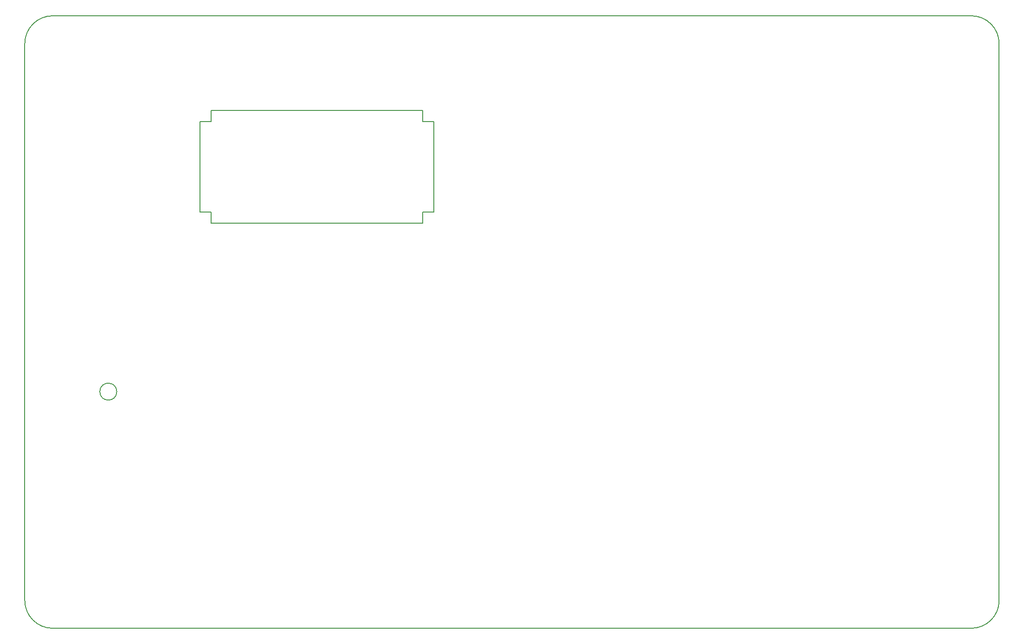
<source format=gm1>
G04 #@! TF.GenerationSoftware,KiCad,Pcbnew,5.0.0-rc2-dev-unknown-e0e0687~62~ubuntu16.04.1*
G04 #@! TF.CreationDate,2018-05-04T13:50:56+03:00*
G04 #@! TF.ProjectId,prototype,70726F746F747970652E6B696361645F,1*
G04 #@! TF.SameCoordinates,Original*
G04 #@! TF.FileFunction,Profile,NP*
%FSLAX46Y46*%
G04 Gerber Fmt 4.6, Leading zero omitted, Abs format (unit mm)*
G04 Created by KiCad (PCBNEW 5.0.0-rc2-dev-unknown-e0e0687~62~ubuntu16.04.1) date Fri May  4 13:50:56 2018*
%MOMM*%
%LPD*%
G01*
G04 APERTURE LIST*
%ADD10C,0.200000*%
%ADD11C,0.150000*%
G04 APERTURE END LIST*
D10*
X92985022Y-96520000D02*
G75*
G03X92985022Y-96520000I-1545022J0D01*
G01*
X110236000Y-47244000D02*
X110236000Y-45212000D01*
X108204000Y-47244000D02*
X110236000Y-47244000D01*
X108204000Y-63754000D02*
X108204000Y-47244000D01*
X110236000Y-63754000D02*
X108204000Y-63754000D01*
X110236000Y-65786000D02*
X110236000Y-63754000D01*
X148844000Y-65786000D02*
X110236000Y-65786000D01*
X148844000Y-63754000D02*
X148844000Y-65786000D01*
X150876000Y-63754000D02*
X148844000Y-63754000D01*
X150876000Y-47244000D02*
X150876000Y-63754000D01*
X148844000Y-47244000D02*
X150876000Y-47244000D01*
X148844000Y-45212000D02*
X148844000Y-47244000D01*
X110236000Y-45212000D02*
X148844000Y-45212000D01*
D11*
X76200000Y-113284000D02*
X76200000Y-111252000D01*
X142240000Y-139700000D02*
X140208000Y-139700000D01*
X140208000Y-139700000D02*
X81280000Y-139700000D01*
X76200000Y-113284000D02*
X76200000Y-134620000D01*
X76200000Y-111252000D02*
X76200000Y-33020000D01*
X248920000Y-139700000D02*
X142240000Y-139700000D01*
X81280000Y-139700000D02*
G75*
G02X76200000Y-134620000I0J5080000D01*
G01*
X81280000Y-27940000D02*
X248920000Y-27940000D01*
X76200000Y-33020000D02*
G75*
G02X81280000Y-27940000I5080000J0D01*
G01*
X254000000Y-33020000D02*
X254000000Y-134620000D01*
X248920000Y-27940000D02*
G75*
G02X254000000Y-33020000I0J-5080000D01*
G01*
X254000000Y-134620000D02*
G75*
G02X248920000Y-139700000I-5080000J0D01*
G01*
M02*

</source>
